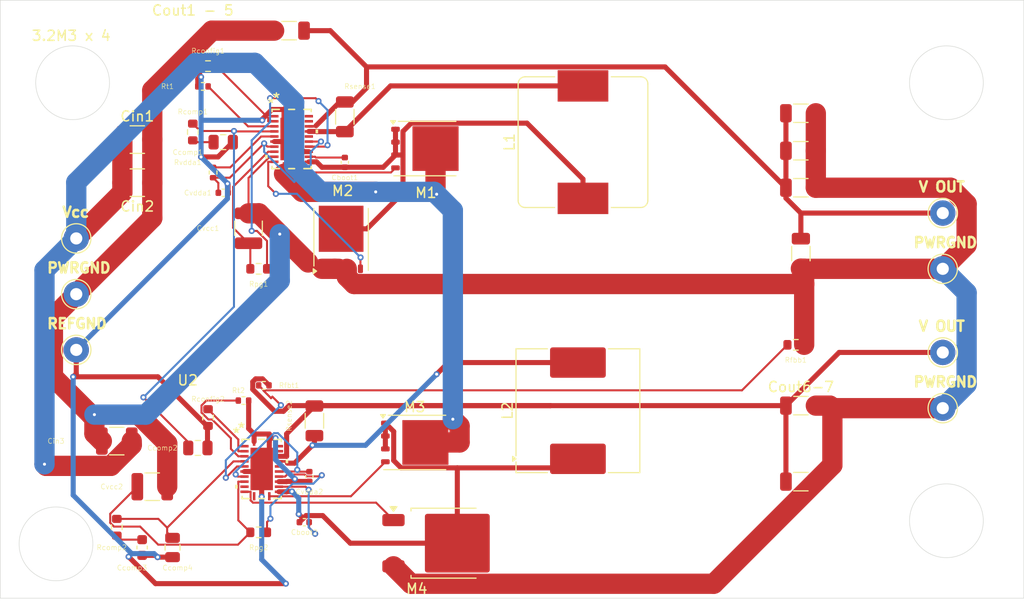
<source format=kicad_pcb>
(kicad_pcb (version 20241229) (generator "pcbnew") (generator_version "9.0")
  (layers (0 "F.Cu" signal) (2 "B.Cu" signal) (13 "F.Paste" user) (15 "B.Paste" user) (5 "F.SilkS" user "F.Silkscreen") (7 "B.SilkS" user "B.Silkscreen") (1 "F.Mask" user) (3 "B.Mask" user) (25 "Edge.Cuts" user))
  (net 0 "")
  (net 1 "Net-(U1-CBOOT)")
  (net 2 "Net-(M2-D)")
  (net 3 "Net-(M4-D)")
  (net 4 "Net-(U2-CBOOT)")
  (net 5 "GNDREF")
  (net 6 "Net-(Ccomp1-Pad1)")
  (net 7 "Net-(U1-EXTCOMP)")
  (net 8 "Net-(Ccomp3-Pad2)")
  (net 9 "Net-(U2-EXTCOMP)")
  (net 10 "GNDPWR")
  (net 11 "VCC")
  (net 12 "Net-(Con2-Pin_1)")
  (net 13 "Net-(Con3-Pin_1)")
  (net 14 "Net-(U1-VCC)")
  (net 15 "Net-(U2-VCC)")
  (net 16 "Net-(U1-PFM{slash}SYNC)")
  (net 17 "Net-(U2-PFM{slash}SYNC)")
  (net 18 "Net-(U1-ISNS+)")
  (net 19 "Net-(U2-ISNS+)")
  (net 20 "Net-(M1-G)")
  (net 21 "Net-(M2-G)")
  (net 22 "Net-(M3-G)")
  (net 23 "Net-(M4-G)")
  (net 24 "Net-(U1-CNFG)")
  (net 25 "Net-(U2-CNFG)")
  (net 26 "Net-(U2-FB)")
  (net 27 "Net-(U1-PG{slash}SYNCOUT)")
  (net 28 "Net-(U2-PG{slash}SYNCOUT)")
  (net 29 "Net-(U1-RT)")
  (net 30 "Net-(U2-RT)")
  (net 31 "Net-(U1-FB)")
  (footprint "Resistor_SMD:R_0402_1005Metric" (layer "F.Cu") (at 65.51 56.5 180)
    (property "Reference" "Rfbt1")
    (property "Value" "232K")
  )
  (footprint "Resistor_SMD:R_0603_1608Metric" (layer "F.Cu") (at 65 71)
    (property "Reference" "Rpg2")
    (property "Value" "100k")
  )
  (footprint "Capacitor_SMD:C_0402_1005Metric" (layer "F.Cu") (at 70 65.5 -90)
    (property "Reference" "Cvdda2")
    (property "Value" "100n")
  )
  (footprint "Capacitor_SMD:C_0402_1005Metric" (layer "F.Cu") (at 69.5 70 180)
    (property "Reference" "Cboot2")
    (property "Value" "100n")
  )
  (footprint "Resistor_SMD:R_0402_1005Metric" (layer "F.Cu") (at 63.5 58 180)
    (property "Reference" "Rt2")
    (property "Value" "29.4K")
  )
  (footprint "Capacitor_SMD:C_0805_2012Metric" (layer "F.Cu") (at 56.5 72.5 90)
    (property "Reference" "Ccomp4")
    (property "Value" "68p")
  )
  (footprint "Capacitor_SMD:C_1210_3225Metric" (layer "F.Cu") (at 51 62 180)
    (property "Reference" "Cin3")
    (property "Value" "3.3u")
  )
  (footprint "Resistor_SMD:R_0603_1608Metric" (layer "F.Cu") (at 118 52.5)
    (property "Reference" "Rfbb1")
    (property "Value" "10K")
  )
  (footprint "Wire Holes:Vout Holed" (layer "F.Cu") (at 132.5 39.5)
    (property "Reference" "Con2" (hide yes))
    (property "Value" "12V Out" (hide yes))
  )
  (footprint "Resistor_SMD:R_0603_1608Metric" (layer "F.Cu") (at 60 59.675 90)
    (property "Reference" "Rconfig2")
    (property "Value" "40.2K")
  )
  (footprint "Resistor_SMD:R_0603_1608Metric" (layer "F.Cu") (at 65 45)
    (property "Reference" "Rpg1")
    (property "Value" "100K")
  )
  (footprint "Package_TO_SOT_SMD:TO-252-2" (layer "F.Cu") (at 83.34 72.0725)
    (property "Reference" "M4")
    (property "Value" "100V 200A")
  )
  (footprint "Capacitor_SMD:C_1206_3216Metric" (layer "F.Cu") (at 118.5 66)
    (property "Reference" "Cout7" (hide yes))
    (property "Value" "4.7u")
  )
  (footprint "Resistor_SMD:R_0603_1608Metric" (layer "F.Cu") (at 51 70.5 90)
    (property "Reference" "Rcomp2")
    (property "Value" "5.23k")
  )
  (footprint "Package_TO_SOT_SMD:TDSON-8-1" (layer "F.Cu") (at 81.4 33.135)
    (property "Reference" "M1")
    (property "Value" "80V 77A")
  )
  (footprint "Resistor_SMD:R_1206_3216Metric" (layer "F.Cu") (at 73.5 30 90)
    (property "Reference" "Rsense1")
    (property "Value" "6m")
  )
  (footprint "Inductor_SMD:L_Coilcraft_MSS1210-XXX" (layer "F.Cu") (at 96.5 59 90)
    (property "Reference" "L2")
    (property "Value" "10u")
  )
  (footprint "Resistor_SMD:R_0603_1608Metric" (layer "F.Cu") (at 58.5 31.5 90)
    (property "Reference" "Rcomp1")
    (property "Value" "4.7K")
  )
  (footprint "Capacitor_SMD:C_0805_2012Metric" (layer "F.Cu") (at 61.5 32.5)
    (property "Reference" "Ccomp1")
    (property "Value" "3.9n")
  )
  (footprint "Capacitor_SMD:C_1210_3225Metric" (layer "F.Cu") (at 53.025 32.25)
    (property "Reference" "Cin1")
    (property "Value" "2.2u")
  )
  (footprint "Capacitor_SMD:C_1206_3216Metric" (layer "F.Cu") (at 118.5 29.65)
    (property "Reference" "Cout2" (hide yes))
    (property "Value" "10u")
  )
  (footprint "Resistor_SMD:R_0603_1608Metric" (layer "F.Cu") (at 60 25)
    (property "Reference" "Rconfig1")
    (property "Value" "40.2K")
  )
  (footprint "Capacitor_SMD:C_0805_2012Metric" (layer "F.Cu") (at 59 62.675)
    (property "Reference" "Ccomp2")
    (property "Value" "100p")
  )
  (footprint "Resistor_SMD:R_0402_1005Metric" (layer "F.Cu") (at 60.5 35.5 -90)
    (property "Reference" "Rvdda1")
    (property "Value" "47.5K")
  )
  (footprint "Wire Holes:Vin Holes" (layer "F.Cu") (at 47 42)
    (property "Reference" "Con1" (hide yes))
    (property "Value" "Battery In" (hide yes))
  )
  (footprint "Wire Holes:Vout Holed" (layer "F.Cu") (at 132.5 53.25)
    (property "Reference" "Con3" (hide yes))
    (property "Value" "19.5V Out" (hide yes))
  )
  (footprint "Inductor_SMD:L_Bourns_SRP1245A" (layer "F.Cu") (at 97 32.5 90)
    (property "Reference" "L1")
    (property "Value" "6.8u")
  )
  (footprint "Capacitor_SMD:C_1206_3216Metric" (layer "F.Cu") (at 118.5 58.5)
    (property "Reference" "Cout6-7")
    (property "Value" "4.7u")
  )
  (footprint "Capacitor_SMD:C_1206_3216Metric" (layer "F.Cu") (at 118.5 33.35)
    (property "Reference" "Cout3" (hide yes))
    (property "Value" "10u")
  )
  (footprint "Capacitor_SMD:C_1206_3216Metric" (layer "F.Cu") (at 118.5 37)
    (property "Reference" "Cout4" (hide yes))
    (property "Value" "10u")
  )
  (footprint "Resistor_SMD:R_0402_1005Metric" (layer "F.Cu") (at 59.5 27)
    (property "Reference" "Rt1")
    (property "Value" "39K")
  )
  (footprint "LM5149:VQFN24_RGY_TEX" (layer "F.Cu") (at 68.25 32.1924)
    (property "Reference" "U1" (hide yes))
    (property "Value" "LM5149RGYR")
  )
  (footprint "Package_TO_SOT_SMD:TDSON-8-1" (layer "F.Cu") (at 73.135 42.1 90)
    (property "Reference" "M2")
    (property "Value" "80V 77A")
  )
  (footprint "LM5149:VQFN24_RGY_TEX" (layer "F.Cu") (at 65.2982 64.75)
    (property "Reference" "U2")
    (property "Value" "LM5149RGYR")
  )
  (footprint "Resistor_SMD:R_1206_3216Metric" (layer "F.Cu") (at 70.5 60 90)
    (property "Reference" "Rsense2")
    (property "Value" "9m")
  )
  (footprint "Capacitor_SMD:C_0603_1608Metric" (layer "F.Cu") (at 53.5 72.5 90)
    (property "Reference" "Ccomp3")
    (property "Value" "2.7n")
  )
  (footprint "Capacitor_SMD:C_1210_3225Metric" (layer "F.Cu") (at 53.025 36.5)
    (property "Reference" "Cin2")
    (property "Value" "2.2u")
  )
  (footprint "Capacitor_SMD:C_0402_1005Metric" (layer "F.Cu") (at 61.5 37.5)
    (property "Reference" "Cvdda1")
    (property "Value" "100n")
  )
  (footprint "Capacitor_SMD:C_1210_3225Metric" (layer "F.Cu") (at 64 41 90)
    (property "Reference" "Cvcc1")
    (property "Value" "2.2u")
  )
  (footprint "Capacitor_SMD:C_1206_3216Metric" (layer "F.Cu") (at 118.5 43.5 -90)
    (property "Reference" "Cout5" (hide yes))
    (property "Value" "10u")
  )
  (footprint "Capacitor_SMD:C_1206_3216Metric" (layer "F.Cu") (at 68 21.5 180)
    (property "Reference" "Cout1 - 5")
    (property "Value" "10u")
  )
  (footprint "Package_TO_SOT_SMD:TDSON-8-1" (layer "F.Cu") (at 80.4 62.135)
    (property "Reference" "M3")
    (property "Value" "80V 77A")
  )
  (footprint "Capacitor_SMD:C_1210_3225Metric" (layer "F.Cu") (at 54.5 66.5)
    (property "Reference" "Cvcc2")
    (property "Value" "2.2u")
  )
  (footprint "Capacitor_SMD:C_0402_1005Metric" (layer "F.Cu") (at 73.5 34.5 -90)
    (property "Reference" "Cboot1")
    (property "Value" "100n")
  )
  (gr_circle (center 46.640055 26.640055) (end 50.140055 25.640055) (stroke (width 0.05)) (fill no) (layer "Edge.Cuts"))
  (gr_circle (center 132.859945 69.859945) (end 136.359945 68.859945) (stroke (width 0.05)) (fill no) (layer "Edge.Cuts"))
  (gr_rect (start 39.5 18.5) (end 140.5 77.5) (stroke (width 0.05)) (fill no) (layer "Edge.Cuts"))
  (gr_circle (center 45 72.140055) (end 48.5 71.140055) (stroke (width 0.05)) (fill no) (layer "Edge.Cuts"))
  (gr_circle (center 132.859945 26.640055) (end 136.359945 25.640055) (stroke (width 0.05)) (fill no) (layer "Edge.Cuts"))
  (gr_text "3.2M3 x 4" (at 46.5 22 0) (layer "F.SilkS") (effects (font (size 1 1))))
  (segment (start 70.6358 34.02) (end 70.5582 33.9424) (width 0.2) (layer "F.Cu") (net 1))
  (segment (start 69.9518 33.9424) (end 70.5582 33.9424) (width 0.2) (layer "F.Cu") (net 1))
  (segment (start 73.5 34.02) (end 70.6358 34.02) (width 0.2) (layer "F.Cu") (net 1))
  (segment (start 73.5 34.98) (end 73.5 34.9799) (width 0.5) (layer "F.Cu") (net 2))
  (segment (start 69.9518 34.4424) (end 70.7082 34.4424) (width 0.5) (layer "F.Cu") (net 2))
  (segment (start 78.5 31.23) (end 78.5 32.5) (width 0.5) (layer "F.Cu") (net 2))
  (segment (start 78.5 33.77) (end 78.5 32.5) (width 0.5) (layer "F.Cu") (net 2))
  (segment (start 79.239 37.501) (end 79.239 33.77) (width 0.5) (layer "F.Cu") (net 2))
  (segment (start 77.2901 34.9799) (end 78.5 33.77) (width 0.5) (layer "F.Cu") (net 2))
  (segment (start 73.5 34.9799) (end 71.2457 34.9799) (width 0.5) (layer "F.Cu") (net 2))
  (segment (start 73.135 41.05) (end 75.69 41.05) (width 0.5) (layer "F.Cu") (net 2))
  (segment (start 97 38.05) (end 97 36.15) (width 0.5) (layer "F.Cu") (net 2))
  (segment (start 71.2457 34.9799) (end 70.7082 34.4424) (width 0.5) (layer "F.Cu") (net 2))
  (segment (start 79.239 33.77) (end 78.5 33.77) (width 0.5) (layer "F.Cu") (net 2))
  (segment (start 79.239 33.77) (end 79.239 31.4393) (width 0.5) (layer "F.Cu") (net 2))
  (segment (start 73.5 34.9799) (end 77.2901 34.9799) (width 0.5) (layer "F.Cu") (net 2))
  (segment (start 75.69 41.05) (end 79.239 37.501) (width 0.5) (layer "F.Cu") (net 2))
  (segment (start 79.239 31.4393) (end 80.05 30.6283) (width 0.5) (layer "F.Cu") (net 2))
  (segment (start 80.05 30.6283) (end 91.4783 30.6283) (width 0.5) (layer "F.Cu") (net 2))
  (segment (start 91.4783 30.6283) (end 97 36.15) (width 0.5) (layer "F.Cu") (net 2))
  (segment (start 95.6083 64.6417) (end 96.5 63.75) (width 0.5) (layer "F.Cu") (net 3))
  (segment (start 69.3838 69.6362) (end 68.9523 69.2047) (width 0.5) (layer "F.Cu") (net 3))
  (segment (start 77.5 61.5) (end 77.5 62.77) (width 0.5) (layer "F.Cu") (net 3))
  (segment (start 69.3838 69.6362) (end 69.6691 69.3509) (width 0.5) (layer "F.Cu") (net 3))
  (segment (start 84.6 72.0725) (end 84.6 64.6417) (width 0.5) (layer "F.Cu") (net 3))
  (segment (start 69.02 70) (end 69.3838 69.6362) (width 0.5) (layer "F.Cu") (net 3))
  (segment (start 67 67) (end 67.7564 67) (width 0.5) (layer "F.Cu") (net 3))
  (segment (start 77.5 60.23) (end 78.3217 61.0517) (width 0.5) (layer "F.Cu") (net 3))
  (segment (start 68.2857 66.9712) (end 67.7852 66.9712) (width 0.5) (layer "F.Cu") (net 3))
  (segment (start 71.3169 69.3509) (end 74.0385 72.0725) (width 0.5) (layer "F.Cu") (net 3))
  (segment (start 69.6691 69.3509) (end 71.3169 69.3509) (width 0.5) (layer "F.Cu") (net 3))
  (segment (start 74.0385 72.0725) (end 84.6 72.0725) (width 0.5) (layer "F.Cu") (net 3))
  (segment (start 67.7852 66.9712) (end 67.7564 67) (width 0.5) (layer "F.Cu") (net 3))
  (segment (start 77.5 60.23) (end 77.5 61.5) (width 0.5) (layer "F.Cu") (net 3))
  (segment (start 84.6 64.6417) (end 95.6083 64.6417) (width 0.5) (layer "F.Cu") (net 3))
  (segment (start 78.3217 63.9134) (end 79.05 64.6417) (width 0.5) (layer "F.Cu") (net 3))
  (segment (start 78.3217 61.0517) (end 78.3217 63.9134) (width 0.5) (layer "F.Cu") (net 3))
  (segment (start 79.05 64.6417) (end 84.6 64.6417) (width 0.5) (layer "F.Cu") (net 3))
  (via (at 68.9523 69.2047) (size 0.6) (drill 0.3) (layers "F.Cu" "B.Cu") (net 3))
  (via (at 68.2857 66.9712) (size 0.6) (drill 0.3) (layers "F.Cu" "B.Cu") (net 3))
  (segment (start 68.9523 69.2047) (end 68.9523 67.6378) (width 0.5) (layer "B.Cu") (net 3))
  (segment (start 68.9523 67.6378) (end 68.2857 66.9712) (width 0.5) (layer "B.Cu") (net 3))
  (segment (start 69.6291 66.5) (end 69.9305 66.8014) (width 0.2) (layer "F.Cu") (net 4))
  (segment (start 67 66.5) (end 69.6291 66.5) (width 0.2) (layer "F.Cu") (net 4))
  (segment (start 70.5721 71.1442) (end 69.98 70.5521) (width 0.2) (layer "F.Cu") (net 4))
  (segment (start 69.98 70.5521) (end 69.98 70) (width 0.2) (layer "F.Cu") (net 4))
  (via (at 70.5721 71.1442) (size 0.6) (drill 0.3) (layers "F.Cu" "B.Cu") (net 4))
  (via (at 69.9305 66.8014) (size 0.6) (drill 0.3) (layers "F.Cu" "B.Cu") (net 4))
  (segment (start 69.9305 66.8014) (end 69.9305 70.5026) (width 0.2) (layer "B.Cu") (net 4))
  (segment (start 69.9305 70.5026) (end 70.5721 71.1442) (width 0.2) (layer "B.Cu") (net 4))
  (segment (start 66.0482 61.3012) (end 64.5482 61.3012) (width 0.5) (layer "F.Cu") (net 5))
  (segment (start 67.5 29.2767) (end 66.3144 29.2767) (width 0.5) (layer "F.Cu") (net 5))
  (segment (start 58.99 27) (end 58.99 26.2626) (width 0.5) (layer "F.Cu") (net 5))
  (segment (start 69.4617 33.3691) (end 69.535 33.4424) (width 0.2538) (layer "F.Cu") (net 5))
  (segment (start 69.3819 33.3691) (end 68.2276 32.2148) (width 0.5) (layer "F.Cu") (net 5))
  (segment (start 68.2276 32.2148) (end 68.25 32.1924) (width 0.5) (layer "F.Cu") (net 5))
  (segment (start 66.0482 61.6794) (end 66.0482 61.3012) (width 0.5) (layer "F.Cu") (net 5))
  (segment (start 65.2982 67.4893) (end 65.2982 64.75) (width 0.5) (layer "F.Cu") (net 5))
  (segment (start 55.0283 73.45) (end 54.8533 73.275) (width 0.5) (layer "F.Cu") (net 5))
  (segment (start 46.6973 55.6562) (end 55.0562 55.6562) (width 0.5) (layer "F.Cu") (net 5))
  (segment (start 65.0482 65) (end 65.2982 64.75) (width 0.5) (layer "F.Cu") (net 5))
  (segment (start 66.0482 62.814) (end 65.2982 63.564) (width 0.5) (layer "F.Cu") (net 5))
  (segment (start 62.45 32.5) (end 60.989 33.961) (width 0.5) (layer "F.Cu") (net 5))
  (segment (start 59.95 60.55) (end 60 60.5) (width 0.5) (layer "F.Cu") (net 5))
  (segment (start 66.0482 62.0576) (end 66.0482 61.6794) (width 0.5) (layer "F.Cu") (net 5))
  (segment (start 67.5 30.2564) (end 68.25 31.0064) (width 0.5) (layer "F.Cu") (net 5))
  (segment (start 52.1651 73.4079) (end 54.8222 76.065) (width 0.5) (layer "F.Cu") (net 5))
  (segment (start 47 53) (end 47 55.3535) (width 0.5) (layer "F.Cu") (net 5))
  (segment (start 66.0732 61.7044) (end 66.664 61.7044) (width 0.5) (layer "F.Cu") (net 5))
  (segment (start 68.565 65.98) (end 68.565 65.7434) (width 0.5) (layer "F.Cu") (net 5))
  (segment (start 54.8533 73.275) (end 53.5 73.275) (width 0.5) (layer "F.Cu") (net 5))
  (segment (start 63.5964 65) (end 65.0482 65) (width 0.5) (layer "F.Cu") (net 5))
  (segment (start 59.3157 26.0776) (end 59.175 26.0776) (width 0.5) (layer "F.Cu") (net 5))
  (segment (start 66.3144 29.2767) (end 65.3497 30.2414) (width 0.5) (layer "F.Cu") (net 5))
  (segment (start 68.0331 28.7436) (end 69 28.7436) (width 0.5) (layer "F.Cu") (net 5))
  (segment (start 56.5 73.45) (end 55.0283 73.45) (width 0.5) (layer "F.Cu") (net 5))
  (segment (start 61.98 36.6631) (end 61.9176 36.6007) (width 0.5) (layer "F.Cu") (net 5))
  (segment (start 59.175 26.0776) (end 59.175 25) (width 0.5) (layer "F.Cu") (net 5))
  (segment (start 69.9518 33.4424) (end 69.535 33.4424) (width 0.5) (layer "F.Cu") (net 5))
  (segment (start 65.2982 63.564) (end 65.2982 64.75) (width 0.5) (layer "F.Cu") (net 5))
  (segment (start 60.989 33.961) (end 59.3157 33.961) (width 0.5) (layer "F.Cu") (net 5))
  (segment (start 67 66) (end 67.7564 66) (width 0.5) (layer "F.Cu") (net 5))
  (segment (start 68 32.4424) (end 68.2276 32.2148) (width 0.5) (layer "F.Cu") (net 5))
  (segment (start 67.5 29.2767) (end 68.0331 28.7436) (width 0.5) (layer "F.Cu") (net 5))
  (segment (start 55.0562 55.6562) (end 59.95 60.55) (width 0.5) (layer "F.Cu") (net 5))
  (segment (start 68.565 65.98) (end 67.7764 65.98) (width 0.5) (layer "F.Cu") (net 5))
  (segment (start 54.8222 76.065) (end 67.6768 76.065) (width 0.5) (layer "F.Cu") (net 5))
  (segment (start 58.99 26.2626) (end 59.175 26.0776) (width 0.5) (layer "F.Cu") (net 5))
  (segment (start 69 29.5) (end 69 28.7436) (width 0.5) (layer "F.Cu") (net 5))
  (segment (start 59.95 62.675) (end 59.95 60.55) (width 0.5) (layer "F.Cu") (net 5))
  (segment (start 61.98 37.5) (end 61.98 36.6631) (width 0.5) (layer "F.Cu") (net 5))
  (segment (start 66.0482 61.6794) (end 66.0732 61.7044) (width 0.5) (layer "F.Cu") (net 5))
  (segment (start 47 55.3535) (end 46.6973 55.6562) (width 0.5) (layer "F.Cu") (net 5))
  (segment (start 68.25 31.0064) (end 68.25 32.1924) (width 0.5) (layer "F.Cu") (net 5))
  (segment (start 64.5482 62.0576) (end 64.5482 61.3012) (width 0.5) (layer "F.Cu") (net 5))
  (segment (start 66.5482 32.4424) (end 68 32.4424) (width 0.5) (layer "F.Cu") (net 5))
  (segment (start 64.01 58) (end 64.01 60.763) (width 0.5) (layer "F.Cu") (net 5))
  (segment (start 67.5 29.5) (end 67.5 29.2767) (width 0.5) (layer "F.Cu") (net 5))
  (segment (start 69.3819 33.3691) (end 69.4617 33.3691) (width 0.2538) (layer "F.Cu") (net 5))
  (segment (start 67.7764 65.98) (end 67.7564 66) (width 0.5) (layer "F.Cu") (net 5))
  (segment (start 67.5 29.5) (end 67.5 30.2564) (width 0.5) (layer "F.Cu") (net 5))
  (segment (start 66.0482 62.0576) (end 66.0482 62.814) (width 0.5) (layer "F.Cu") (net 5))
  (segment (start 70 65.98) (end 68.565 65.98) (width 0.5) (layer "F.Cu") (net 5))
  (segment (start 64.01 60.763) (end 64.5482 61.3012) (width 0.5) (layer "F.Cu") (net 5))
  (segment (start 65.3497 30.2414) (end 65.3497 30.3427) (width 0.5) (layer "F.Cu") (net 5))
  (via (at 55.0283 73.45) (size 0.6) (drill 0.3) (layers "F.Cu" "B.Cu") (net 5))
  (via (at 68.565 65.7434) (size 0.6) (drill 0.3) (layers "F.Cu" "B.Cu") (net 5))
  (via (at 61.9176 36.6007) (size 0.6) (drill 0.3) (layers "F.Cu" "B.Cu") (net 5))
  (via (at 46.6973 55.6562) (size 0.6) (drill 0.3) (layers "F.Cu" "B.Cu") (net 5))
  (via (at 66.664 61.7044) (size 0.6) (drill 0.3) (layers "F.Cu" "B.Cu") (net 5))
  (via (at 59.3157 26.0776) (size 0.6) (drill 0.3) (layers "F.Cu" "B.Cu") (net 5))
  (via (at 65.2982 67.4893) (size 0.6) (drill 0.3) (layers "F.Cu" "B.Cu") (net 5))
  (via (at 67.6768 76.065) (size 0.6) (drill 0.3) (layers "F.Cu" "B.Cu") (net 5))
  (via (at 59.3157 33.961) (size 0.6) (drill 0.3) (layers "F.Cu" "B.Cu") (net 5))
  (via (at 52.1651 73.4079) (size 0.6) (drill 0.3) (layers "F.Cu" "B.Cu") (net 5))
  (via (at 65.3497 30.3427) (size 0.6) (drill 0.3) (layers "F.Cu" "B.Cu") (net 5))
  (segment (start 65.2982 73.6864) (end 67.6768 76.065) (width 0.5) (layer "B.Cu") (net 5))
  (segment (start 59.3157 30.3427) (end 65.3497 30.3427) (width 0.5) (layer "B.Cu") (net 5))
  (segment (start 61.9176 36.5629) (end 59.3157 33.961) (width 0.5) (layer "B.Cu") (net 5))
  (segment (start 46.6973 67.3335) (end 52.4684 73.1046) (width 0.5) (layer "B.Cu") (net 5))
  (segment (start 59.3157 30.3427) (end 59.3157 26.0776) (width 0.5) (layer "B.Cu") (net 5))
  (segment (start 61.9176 36.6007) (end 61.9176 36.5629) (width 0.5) (layer "B.Cu") (net 5))
  (segment (start 59.3157 33.961) (end 59.3157 30.3427) (width 0.5) (layer "B.Cu") (net 5))
  (segment (start 61.9176 38.0824) (end 61.9176 36.6007) (width 0.5) (layer "B.Cu") (net 5))
  (segment (start 54.6829 73.1046) (end 52.4684 73.1046) (width 0.5) (layer "B.Cu") (net 5))
  (segment (start 47 53) (end 61.9176 38.0824) (width 0.5) (layer "B.Cu") (net 5))
  (segment (start 66.664 61.7044) (end 66.664 63.8424) (width 0.5) (layer "B.Cu") (net 5))
  (segment (start 52.4684 73.1046) (end 52.1651 73.4079) (width 0.5) (layer "B.Cu") (net 5))
  (segment (start 65.2982 67.4893) (end 65.2982 73.6864) (width 0.5) (layer "B.Cu") (net 5))
  (segment (start 55.0283 73.45) (end 54.6829 73.1046) (width 0.5) (layer "B.Cu") (net 5))
  (segment (start 66.664 63.8424) (end 68.565 65.7434) (width 0.5) (layer "B.Cu") (net 5))
  (segment (start 46.6973 55.6562) (end 46.6973 67.3335) (width 0.5) (layer "B.Cu") (net 5))
  (segment (start 58.675 32.5) (end 58.5 32.325) (width 0.2) (layer "F.Cu") (net 6))
  (segment (start 60.55 32.5) (end 58.675 32.5) (width 0.2) (layer "F.Cu") (net 6))
  (segment (start 53.6294 57.6815) (end 53.6278 57.6815) (width 0.2) (layer "F.Cu") (net 7))
  (segment (start 53.6278 57.6815) (end 53.6262 57.6815) (width 0.2) (layer "F.Cu") (net 7))
  (segment (start 53.6262 57.6815) (end 53.6246 57.6815) (width 0.2) (layer "F.Cu") (net 7))
  (segment (start 53.6294 57.6815) (end 53.6278 57.6815) (width 0.2) (layer "F.Cu") (net 7))
  (segment (start 53.6246 57.6815) (end 53.6262 57.6815) (width 0.2) (layer "F.Cu") (net 7))
  (segment (start 62.6027 31.4424) (end 62.5614 31.4011) (width 0.2) (layer "F.Cu") (net 7))
  (segment (start 58.05 62.675) (end 58.05 62.1021) (width 0.2) (layer "F.Cu") (net 7))
  (segment (start 53.6278 57.6815) (end 53.6262 57.6815) (width 0.2) (layer "F.Cu") (net 7))
  (segment (start 58.05 62.1021) (end 53.6294 57.6815) (width 0.2) (layer "F.Cu") (net 7))
  (segment (start 58.5 30.675) (end 59.2261 31.4011) (width 0.2) (layer "F.Cu") (net 7))
  (segment (start 66.5482 31.4424) (end 62.6027 31.4424) (width 0.2) (layer "F.Cu") (net 7))
  (segment (start 59.2261 31.4011) (end 62.5614 31.4011) (width 0.2) (layer "F.Cu") (net 7))
  (segment (start 53.6262 57.6815) (end 53.6278 57.6815) (width 0.2) (layer "F.Cu") (net 7))
  (segment (start 53.6278 57.6815) (end 53.6294 57.6815) (width 0.2) (layer "F.Cu") (net 7))
  (via (at 62.5614 31.4011) (size 0.6) (drill 0.3) (layers "F.Cu" "B.Cu") (net 7))
  (via (at 53.6262 57.6815) (size 0.6) (drill 0.3) (layers "F.Cu" "B.Cu") (net 7))
  (segment (start 62.5614 48.7495) (end 53.6294 57.6815) (width 0.2) (layer "B.Cu") (net 7))
  (segment (start 53.6246 57.6815) (end 53.6262 57.6815) (width 0.2) (layer "B.Cu") (net 7))
  (segment (start 53.6294 57.6815) (end 53.6278 57.6815) (width 0.2) (layer "B.Cu") (net 7))
  (segment (start 53.6262 57.6815) (end 53.6278 57.6815) (width 0.2) (layer "B.Cu") (net 7))
  (segment (start 53.6278 57.6815) (end 53.6294 57.6815) (width 0.2) (layer "B.Cu") (net 7))
  (segment (start 62.5614 31.4011) (end 62.5614 48.7495) (width 0.2) (layer "B.Cu") (net 7))
  (segment (start 53.6294 57.6815) (end 53.6278 57.6815) (width 0.2) (layer "B.Cu") (net 7))
  (segment (start 53.6262 57.6815) (end 53.6246 57.6815) (width 0.2) (layer "B.Cu") (net 7))
  (segment (start 53.6278 57.6815) (end 53.6262 57.6815) (width 0.2) (layer "B.Cu") (net 7))
  (segment (start 53.6278 57.6815) (end 53.6262 57.6815) (width 0.2) (layer "B.Cu") (net 7))
  (segment (start 53.5 71.725) (end 51.4 71.725) (width 0.2) (layer "F.Cu") (net 8))
  (segment (start 51.4 71.725) (end 51 71.325) (width 0.2) (layer "F.Cu") (net 8))
  (segment (start 62.99 64) (end 62.5164 64) (width 0.2) (layer "F.Cu") (net 9))
  (segment (start 55.97 71.02) (end 56.5 71.55) (width 0.2) (layer "F.Cu") (net 9))
  (segment (start 55.0986 69.675) (end 55.97 70.5464) (width 0.2) (layer "F.Cu") (net 9))
  (segment (start 62.5164 64) (end 55.97 70.5464) (width 0.2) (layer "F.Cu") (net 9))
  (segment (start 51 69.675) (end 55.0986 69.675) (width 0.2) (layer "F.Cu") (net 9))
  (segment (start 55.97 70.5464) (end 55.97 71.02) (width 0.2) (layer "F.Cu") (net 9))
  (segment (start 63.5964 64) (end 62.99 64) (width 0.2) (layer "F.Cu") (net 9))
  (segment (start 118.825 46.4998) (end 74.4121 46.4998) (width 2) (layer "F.Cu") (net 10))
  (segment (start 64 39.525) (end 64 36.029232) (width 0.2) (layer "F.Cu") (net 10))
  (segment (start 118.825 45) (end 132.5 45) (width 2) (layer "F.Cu") (net 10))
  (segment (start 118.825 52.5) (end 118.825 46.4998) (width 2) (layer "F.Cu") (net 10))
  (segment (start 74.4121 46.4998) (end 73.6956 45.7833) (width 2) (layer "F.Cu") (net 10))
  (segment (start 121.6077 64.3673) (end 119.975 66) (width 2) (layer "F.Cu") (net 10))
  (segment (start 49.525 62) (end 48.7898 61.2648) (width 2) (layer "F.Cu") (net 10))
  (segment (start 60.3849 21.5) (end 66.525 21.5) (width 2) (layer "F.Cu") (net 10))
  (segment (start 118.525 45) (end 118.5 44.975) (width 2) (layer "F.Cu") (net 10))
  (segment (start 54.5 36.5) (end 54.5 40) (width 2) (layer "F.Cu") (net 10))
  (segment (start 118.825 46.4998) (end 118.825 45) (width 2) (layer "F.Cu") (net 10))
  (segment (start 73.6956 45.7833) (end 73.6956 45) (width 2) (layer "F.Cu") (net 10))
  (segment (start 54.5 36.5) (end 54.5 32.25) (width 2) (layer "F.Cu") (net 10))
  (segment (start 54.5 32.25) (end 54.5 27.3849) (width 2) (layer "F.Cu") (net 10))
  (segment (start 119.975 58.5) (end 121.3577 58.5) (width 2) (layer "F.Cu") (net 10))
  (segment (start 54.5 27.3849) (end 60.3849 21.5) (width 2) (layer "F.Cu") (net 10))
  (segment (start 70.6052 44.3752) (end 71.23 45) (width 0.5008) (layer "F.Cu") (net 10))
  (segment (start 44.6983 55.6484) (end 44.6983 49.8017) (width 2) (layer "F.Cu") (net 10))
  (segment (start 66.086833 33.942399) (end 66.5482 33.942399) (width 0.2) (layer "F.Cu") (net 10))
  (segment (start 72.5 45) (end 71.23 45) (width 2) (layer "F.Cu") (net 10))
  (segment (start 121.6077 58.75) (end 132.5 58.75) (width 2) (layer "F.Cu") (net 10))
  (segment (start 134.8544 42.6456) (end 132.5 45) (width 2) (layer "F.Cu") (net 10))
  (segment (start 64 36.029232) (end 66.086833 33.942399) (width 0.2) (layer "F.Cu") (net 10))
  (segment (start 118.825 45) (end 118.525 45) (width 2) (layer "F.Cu") (net 10))
  (segment (start 121.6077 58.75) (end 121.6077 64.3673) (width 2) (layer "F.Cu") (net 10))
  (segment (start 48.7898 61.2648) (end 48.7898 59.388) (width 2) (layer "F.Cu") (net 10))
  (segment (start 119.975 29.65) (end 119.975 33.35) (width 2) (layer "F.Cu") (net 10))
  (segment (start 109.8994 76.0756) (end 119.975 66) (width 2) (layer "F.Cu") (net 10))
  (segment (start 64 39.525) (end 65.0279 39.525) (width 2) (layer "F.Cu") (net 10))
  (segment (start 121.3577 58.5) (end 121.6077 58.75) (width 2) (layer "F.Cu") (net 10))
  (segment (start 72.9123 45) (end 72.5 45) (width 2) (layer "F.Cu") (net 10))
  (segment (start 54.5 40) (end 47 47.5) (width 2) (layer "F.Cu") (net 10))
  (segment (start 48.7898 59.388) (end 48.4379 59.388) (width 2) (layer "F.Cu") (net 10))
  (segment (start 134.8544 38.5932) (end 134.8544 42.6456) (width 2) (layer "F.Cu") (net 10))
  (segment (start 119.975 37) (end 133.2612 37) (width 2) (layer "F.Cu") (net 10))
  (segment (start 53.1359 59.388) (end 55.975 62.2271) (width 2) (layer "F.Cu") (net 10))
  (segment (start 133.2612 37) (end 134.8544 38.5932) (width 2) (layer "F.Cu") (net 10))
  (segment (start 78.3 74.3525) (end 80.0231 76.0756) (width 2) (layer "F.Cu") (net 10))
  (segment (start 48.7898 59.388) (end 53.1359 59.388) (width 2) (layer "F.Cu") (net 10))
  (segment (start 67.0789 41.576) (end 69.8781 44.3752) (width 2) (layer "F.Cu") (net 10))
  (segment (start 55.975 62.2271) (end 55.975 66.5) (width 2) (layer "F.Cu") (net 10))
  (segment (start 80.0231 76.0756) (end 109.8994 76.0756) (width 2) (layer "F.Cu") (net 10))
  (segment (start 73.77 45) (end 73.6956 45) (width 0.5008) (layer "F.Cu") (net 10))
  (segment (start 48.4379 59.388) (end 44.6983 55.6484) (width 2) (layer "F.Cu") (net 10))
  (segment (start 44.6983 49.8017) (end 47 47.5) (width 2) (layer "F.Cu") (net 10))
  (segment (start 69.8781 44.3752) (end 70.6052 44.3752) (width 0.5008) (layer "F.Cu") (net 10))
  (segment (start 73.6956 45) (end 72.9123 45) (width 0.5008) (layer "F.Cu") (net 10))
  (segment (start 119.975 33.35) (end 119.975 37) (width 2) (layer "F.Cu") (net 10))
  (segment (start 65.0279 39.525) (end 67.0789 41.576) (width 2) (layer "F.Cu") (net 10))
  (via (at 67.0789 41.576) (size 0.6) (drill 0.3) (layers "F.Cu" "B.Cu") (net 10))
  (via (at 48.7898 59.388) (size 0.6) (drill 0.3) (layers "F.Cu" "B.Cu") (net 10))
  (segment (start 134.855 47.355) (end 134.855 56.395) (width 2) (layer "B.Cu") (net 10))
  (segment (start 53.8652 59.388) (end 67.0789 46.1743) (width 2) (layer "B.Cu") (net 10))
  (segment (start 132.5 45) (end 134.855 47.355) (width 2) (layer "B.Cu") (net 10))
  (segment (start 48.7898 59.388) (end 53.8652 59.388) (width 2) (layer "B.Cu") (net 10))
  (segment (start 67.0789 46.1743) (end 67.0789 41.576) (width 2) (layer "B.Cu") (net 10))
  (segment (start 134.855 56.395) (end 132.5 58.75) (width 2) (layer "B.Cu") (net 10))
  (segment (start 52.475 62.3892) (end 52.475 62) (width 2) (layer "F.Cu") (net 11))
  (segment (start 51.55 32.25) (end 51.55 36.5) (width 2) (layer "F.Cu") (net 11))
  (segment (start 82.45 37.5307) (end 82.45 33.135) (width 2) (layer "F.Cu") (net 11))
  (segment (start 47 42) (end 51.55 37.45) (width 2) (layer "F.Cu") (net 11))
  (segment (start 84.825 60.5066) (end 84.1594 59.841) (width 2) (layer "F.Cu") (net 11))
  (segment (start 67.5 35.6213) (end 67.5 34.8848) (width 0.2538) (layer "F.Cu") (net 11))
  (segment (start 76.5459 37.4071) (end 69.2858 37.4071) (width 2) (layer "F.Cu") (net 11))
  (segment (start 81.45 62.135) (end 84.825 62.135) (width 2) (layer "F.Cu") (net 11))
  (segment (start 51.55 37.45) (end 51.55 36.5) (width 2) (layer "F.Cu") (net 11))
  (segment (start 84.825 62.135) (end 84.825 60.5066) (width 2) (layer "F.Cu") (net 11))
  (segment (start 50.4199 64.4443) (end 52.475 62.3892) (width 2) (layer "F.Cu") (net 11))
  (segment (start 44.0291 64.4443) (end 50.4199 64.4443) (width 2) (layer "F.Cu") (net 11))
  (segment (start 69.2858 37.4071) (end 67.5 35.6213) (width 2) (layer "F.Cu") (net 11))
  (segment (start 43.8648 64.28) (end 44.0291 64.4443) (width 2) (layer "F.Cu") (net 11))
  (segment (start 82.5593 37.64) (end 82.45 37.5307) (width 2) (layer "F.Cu") (net 11))
  (via (at 84.1594 59.841) (size 0.6) (drill 0.3) (layers "F.Cu" "B.Cu") (net 11))
  (via (at 82.5593 37.64) (size 0.6) (drill 0.3) (layers "F.Cu" "B.Cu") (net 11))
  (via (at 43.8648 64.28) (size 0.6) (drill 0.3) (layers "F.Cu" "B.Cu") (net 11))
  (via (at 76.5459 37.4071) (size 0.6) (drill 0.3) (layers "F.Cu" "B.Cu") (net 11))
  (segment (start 76.5459 37.4071) (end 71.1108 37.4071) (width 2) (layer "B.Cu") (net 11))
  (segment (start 71.1108 37.4071) (end 68.498 34.7943) (width 2) (layer "B.Cu") (net 11))
  (segment (start 76.5459 37.4071) (end 82.3264 37.4071) (width 2) (layer "B.Cu") (net 11))
  (segment (start 47 42) (end 43.8649 45.1351) (width 2) (layer "B.Cu") (net 11))
  (segment (start 82.3264 37.4071) (end 82.5593 37.64) (width 2) (layer "B.Cu") (net 11))
  (segment (start 68.498 28.5551) (end 64.6205 24.6776) (width 2) (layer "B.Cu") (net 11))
  (segment (start 84.1594 59.841) (end 84.1594 39.2401) (width 2) (layer "B.Cu") (net 11))
  (segment (start 84.1594 39.2401) (end 82.5593 37.64) (width 2) (layer "B.Cu") (net 11))
  (segment (start 47 36.4666) (end 47 42) (width 2) (layer "B.Cu") (net 11))
  (segment (start 68.498 34.7943) (end 68.498 28.5551) (width 2) (layer "B.Cu") (net 11))
  (segment (start 43.8649 64.28) (end 43.8648 64.28) (width 2) (layer "B.Cu") (net 11))
  (segment (start 43.8649 45.1351) (end 43.8649 64.28) (width 2) (layer "B.Cu") (net 11))
  (segment (start 64.6205 24.6776) (end 58.789 24.6776) (width 2) (layer "B.Cu") (net 11))
  (segment (start 58.789 24.6776) (end 47 36.4666) (width 2) (layer "B.Cu") (net 11))
  (segment (start 73.002 28.5375) (end 73.5 28.5375) (width 0.5) (layer "F.Cu") (net 12))
  (segment (start 117.025 38.025) (end 118.5 39.5) (width 0.5) (layer "F.Cu") (net 12))
  (segment (start 105.1029 25.0779) (end 75.6411 25.0779) (width 0.5) (layer "F.Cu") (net 12))
  (segment (start 70.6699 30.8696) (end 70.5971 30.9424) (width 0.2538) (layer "F.Cu") (net 12))
  (segment (start 117.025 34.2791) (end 117.025 29.65) (width 0.5) (layer "F.Cu") (net 12))
  (segment (start 117.025 33.35) (end 117.025 34.2791) (width 0.5) (layer "F.Cu") (net 12))
  (segment (start 75.6411 27.1577) (end 75.6411 25.0779) (width 0.5) (layer "F.Cu") (net 12))
  (segment (start 118.5 39.5) (end 132.5 39.5) (width 0.5) (layer "F.Cu") (net 12))
  (segment (start 72.0632 21.5) (end 69.475 21.5) (width 0.5) (layer "F.Cu") (net 12))
  (segment (start 117.025 34.2791) (end 117.025 37) (width 0.5) (layer "F.Cu") (net 12))
  (segment (start 117.025 37) (end 105.1029 25.0779) (width 0.5) (layer "F.Cu") (net 12))
  (segment (start 118.5 39.5) (end 118.5 42.025) (width 0.5) (layer "F.Cu") (net 12))
  (segment (start 75.6411 25.0779) (end 72.0632 21.5) (width 0.5) (layer "F.Cu") (net 12))
  (segment (start 70.6699 30.8696) (end 73.002 28.5375) (width 0.5) (layer "F.Cu") (net 12))
  (segment (start 70.5971 30.9424) (end 69.9518 30.9424) (width 0.2538) (layer "F.Cu") (net 12))
  (segment (start 117.025 37) (end 117.025 38.025) (width 0.5) (layer "F.Cu") (net 12))
  (segment (start 73.5 28.5375) (end 74.2613 28.5375) (width 0.5) (layer "F.Cu") (net 12))
  (segment (start 74.2613 28.5375) (end 75.6411 27.1577) (width 0.5) (layer "F.Cu") (net 12))
  (segment (start 64.4158 56.8999) (end 66.5754 59.0595) (width 0.5) (layer "F.Cu") (net 13))
  (segment (start 67 63.5) (end 67.7564 63.5) (width 0.5) (layer "F.Cu") (net 13))
  (segment (start 68.0023 58.5001) (end 68.0023 58.5) (width 0.5) (layer "F.Cu") (net 13))
  (segment (start 68.0023 58.5) (end 93.7813 58.5) (width 0.5) (layer "F.Cu") (net 13))
  (segment (start 67.4429 59.0595) (end 68.0023 58.5001) (width 0.5) (layer "F.Cu") (net 13))
  (segment (start 64.4158 56.1407) (end 64.4158 56.8999) (width 0.5) (layer "F.Cu") (net 13))
  (segment (start 117.025 58.5) (end 117.025 66) (width 0.5) (layer "F.Cu") (net 13))
  (segment (start 93.7813 58.5) (end 117.025 58.5) (width 0.5) (layer "F.Cu") (net 13))
  (segment (start 66.02 56.5) (end 65.3789 55.8589) (width 0.5) (layer "F.Cu") (net 13))
  (segment (start 70.5 58.5375) (end 67.7564 61.2811) (width 0.5) (layer "F.Cu") (net 13))
  (segment (start 66.5754 59.0595) (end 67.4429 59.0595) (width 0.5) (layer "F.Cu") (net 13))
  (segment (start 64.6976 55.8589) (end 64.4158 56.1407) (width 0.5) (layer "F.Cu") (net 13))
  (segment (start 67.7564 61.2811) (end 67.7564 63.5) (width 0.5) (layer "F.Cu") (net 13))
  (segment (start 132.5 53.25) (end 122.275 53.25) (width 0.5) (layer "F.Cu") (net 13))
  (segment (start 65.3789 55.8589) (end 64.6976 55.8589) (width 0.5) (layer "F.Cu") (net 13))
  (segment (start 70.5375 58.5) (end 70.5 58.5375) (width 0.5) (layer "F.Cu") (net 13))
  (segment (start 93.7813 58.5) (end 70.5375 58.5) (width 0.5) (layer "F.Cu") (net 13))
  (segment (start 122.275 53.25) (end 117.025 58.5) (width 0.5) (layer "F.Cu") (net 13))
  (segment (start 62.4757 40.9507) (end 62.4757 36.9085) (width 0.2) (layer "F.Cu") (net 14))
  (segment (start 64.175 42.65) (end 64 42.475) (width 0.2) (layer "F.Cu") (net 14))
  (segment (start 64 42.475) (end 62.4757 40.9507) (width 0.2) (layer "F.Cu") (net 14))
  (segment (start 62.4757 36.9085) (end 65.9418 33.4424) (width 0.2) (layer "F.Cu") (net 14))
  (segment (start 64.175 45) (end 64.175 42.65) (width 0.2) (layer "F.Cu") (net 14))
  (segment (start 66.5482 33.4424) (end 65.9418 33.4424) (width 0.2) (layer "F.Cu") (net 14))
  (segment (start 55.0874 72.2187) (end 62.9563 72.2187) (width 0.2) (layer "F.Cu") (net 15))
  (segment (start 62.99 66) (end 62.99 69.815) (width 0.2) (layer "F.Cu") (net 15))
  (segment (start 62.9563 72.2187) (end 64.175 71) (width 0.2) (layer "F.Cu") (net 15))
  (segment (start 50.721 70.436) (end 53.3047 70.436) (width 0.2) (layer "F.Cu") (net 15))
  (segment (start 50.3511 70.0661) (end 50.721 70.436) (width 0.2) (layer "F.Cu") (net 15))
  (segment (start 53.025 66.5) (end 50.3511 69.1739) (width 0.2) (layer "F.Cu") (net 15))
  (segment (start 63.5964 66) (end 62.99 66) (width 0.2) (layer "F.Cu") (net 15))
  (segment (start 53.3047 70.436) (end 55.0874 72.2187) (width 0.2) (layer "F.Cu") (net 15))
  (segment (start 50.3511 69.1739) (end 50.3511 70.0661) (width 0.2) (layer "F.Cu") (net 15))
  (segment (start 62.99 69.815) (end 64.175 71) (width 0.2) (layer "F.Cu") (net 15))
  (segment (start 61.02 36.53) (end 61.02 37.5) (width 0.2) (layer "F.Cu") (net 16))
  (segment (start 66.245 32.9424) (end 65.8604 32.9424) (width 0.2) (layer "F.Cu") (net 16))
  (segment (start 65.5392 32.6212) (end 62.1504 36.01) (width 0.2) (layer "F.Cu") (net 16))
  (segment (start 71.1471 32.4424) (end 69.9518 32.4424) (width 0.2) (layer "F.Cu") (net 16))
  (segment (start 66.5482 32.9424) (end 66.245 32.9424) (width 0.2) (layer "F.Cu") (net 16))
  (segment (start 65.8604 32.9424) (end 65.5392 32.6212) (width 0.2) (layer "F.Cu") (net 16))
  (segment (start 62.1504 36.01) (end 60.5 36.01) (width 0.2) (layer "F.Cu") (net 16))
  (segment (start 60.5 36.01) (end 61.02 36.53) (width 0.2) (layer "F.Cu") (net 16))
  (via (at 65.5392 32.6212) (size 0.6) (drill 0.3) (layers "F.Cu" "B.Cu") (net 16))
  (via (at 71.1471 32.4424) (size 0.6) (drill 0.3) (layers "F.Cu" "B.Cu") (net 16))
  (segment (start 68.5482 36.3907) (end 68.5482 35.5192) (width 0.2) (layer "B.Cu") (net 16))
  (segment (start 68.5069 36.4319) (end 68.507 36.4319) (width 0.2) (layer "B.Cu") (net 16))
  (segment (start 70.1356 33.4539) (end 71.1471 32.4424) (width 0.2) (layer "B.Cu") (net 16))
  (segment (start 70.0944 34.8445) (end 70.1356 34.8033) (width 0.2) (layer "B.Cu") (net 16))
  (segment (start 70.1356 34.8033) (end 70.1356 33.4539) (width 0.2) (layer "B.Cu") (net 16))
  (segment (start 68.5482 35.5192) (end 69.2229 34.8445) (width 0.2) (layer "B.Cu") (net 16))
  (segment (start 65.5392 32.6212) (end 65.5392 33.4642) (width 0.2) (layer "B.Cu") (net 16))
  (segment (start 65.5392 33.4642) (end 68.5069 36.4319) (width 0.2) (layer "B.Cu") (net 16))
  (segment (start 69.2229 34.8445) (end 70.0944 34.8445) (width 0.2) (layer "B.Cu") (net 16))
  (segment (start 68.507 36.4319) (end 68.5482 36.3907) (width 0.2) (layer "B.Cu") (net 16))
  (segment (start 68.8087 64.8328) (end 68.8087 65) (width 0.2) (layer "F.Cu") (net 17))
  (segment (start 62.9444 65.5) (end 62.7314 65.287) (width 0.2) (layer "F.Cu") (net 17))
  (segment (start 68.8087 65) (end 68.8287 65.02) (width 0.2) (layer "F.Cu") (net 17))
  (segment (start 63.5964 65.5) (end 62.9444 65.5) (width 0.2) (layer "F.Cu") (net 17))
  (segment (start 67 65) (end 67.6064 65) (width 0.2) (layer "F.Cu") (net 17))
  (segment (start 68.8287 65.02) (end 70 65.02) (width 0.2) (layer "F.Cu") (net 17))
  (segment (start 67.6064 65) (end 68.8087 65) (width 0.2) (layer "F.Cu") (net 17))
  (via (at 68.8087 64.8328) (size 0.6) (drill 0.3) (layers "F.Cu" "B.Cu") (net 17))
  (via (at 62.7314 65.287) (size 0.6) (drill 0.3) (layers "F.Cu" "B.Cu") (net 17))
  (segment (start 66.9033 61.2166) (end 68.8087 63.122) (width 0.2) (layer "B.Cu") (net 17))
  (segment (start 62.7314 65.287) (end 62.7314 64.987) (width 0.2) (layer "B.Cu") (net 17))
  (segment (start 66.5018 61.2166) (end 66.9033 61.2166) (width 0.2) (layer "B.Cu") (net 17))
  (segment (start 62.7314 64.987) (end 66.5018 61.2166) (width 0.2) (layer "B.Cu") (net 17))
  (segment (start 68.8087 63.122) (end 68.8087 64.8328) (width 0.2) (layer "B.Cu") (net 17))
  (segment (start 78.0125 26.95) (end 73.5 31.4625) (width 0.5) (layer "F.Cu") (net 18))
  (segment (start 97 26.95) (end 78.0125 26.95) (width 0.5) (layer "F.Cu") (net 18))
  (segment (start 70.7283 31.4625) (end 70.7082 31.4424) (width 0.5) (layer "F.Cu") (net 18))
  (segment (start 73.5 31.4625) (end 70.7283 31.4625) (width 0.5) (layer "F.Cu") (net 18))
  (segment (start 69.9518 31.4424) (end 70.7082 31.4424) (width 0.5) (layer "F.Cu") (net 18))
  (segment (start 68.5426 64.1768) (end 70.3064 62.413) (width 0.5) (layer "F.Cu") (net 19))
  (segment (start 82.5593 55.4) (end 83.7093 54.25) (width 0.5) (layer "F.Cu") (net 19))
  (segment (start 67.8333 64.1768) (end 68.5426 64.1768) (width 0.5) (layer "F.Cu") (net 19))
  (segment (start 67.8333 64.1768) (end 67.6565 64) (width 0.2538) (layer "F.Cu") (net 19))
  (segment (start 83.7093 54.25) (end 96.5 54.25) (width 0.5) (layer "F.Cu") (net 19))
  (segment (start 70.5 62.2194) (end 70.5 61.4625) (width 0.5) (layer "F.Cu") (net 19))
  (segment (start 70.3064 62.413) (end 70.5 62.2194) (width 0.5) (layer "F.Cu") (net 19))
  (segment (start 67.6565 64) (end 67 64) (width 0.2538) (layer "F.Cu") (net 19))
  (via (at 70.3064 62.413) (size 0.6) (drill 0.3) (layers "F.Cu" "B.Cu") (net 19))
  (via (at 82.5593 55.4) (size 0.6) (drill 0.3) (layers "F.Cu" "B.Cu") (net 19))
  (segment (start 82.5593 55.4) (end 75.5463 62.413) (width 0.5) (layer "B.Cu") (net 19))
  (segment (start 75.5463 62.413) (end 70.3064 62.413) (width 0.5) (layer "B.Cu") (net 19))
  (segment (start 78.0488 35.4912) (end 69 35.4912) (width 0.2) (layer "F.Cu") (net 20))
  (segment (start 69 34.8848) (end 69 35.4912) (width 0.2) (layer "F.Cu") (net 20))
  (segment (start 78.5 35.04) (end 78.0488 35.4912) (width 0.2) (layer "F.Cu") (net 20))
  (segment (start 75.0507 43.8779) (end 75.04 43.8886) (width 0.2) (layer "F.Cu") (net 21))
  (segment (start 65.9418 36.8449) (end 66.6974 37.6005) (width 0.2) (layer "F.Cu") (net 21))
  (segment (start 75.04 43.8886) (end 75.04 45) (width 0.2) (layer "F.Cu") (net 21))
  (segment (start 66.5482 34.4424) (end 65.9418 34.4424) (width 0.2) (layer "F.Cu") (net 21))
  (segment (start 65.9418 34.4424) (end 65.9418 36.8449) (width 0.2) (layer "F.Cu") (net 21))
  (via (at 66.6974 37.6005) (size 0.6) (drill 0.3) (layers "F.Cu" "B.Cu") (net 21))
  (via (at 75.0507 43.8779) (size 0.6) (drill 0.3) (layers "F.Cu" "B.Cu") (net 21))
  (segment (start 68.7733 37.6005) (end 66.6974 37.6005) (width 0.2) (layer "B.Cu") (net 21))
  (segment (start 75.0507 43.8779) (end 68.7733 37.6005) (width 0.2) (layer "B.Cu") (net 21))
  (segment (start 74.0976 67.4424) (end 77.5 64.04) (width 0.2) (layer "F.Cu") (net 22))
  (segment (start 66.0482 67.4424) (end 74.0976 67.4424) (width 0.2) (layer "F.Cu") (net 22))
  (segment (start 76.5823 68.0748) (end 64.4327 68.0748) (width 0.2) (layer "F.Cu") (net 23))
  (segment (start 63.5964 67) (end 64.2028 67) (width 0.2) (layer "F.Cu") (net 23))
  (segment (start 64.2028 67.8449) (end 64.4327 68.0748) (width 0.2) (layer "F.Cu") (net 23))
  (segment (start 78.3 69.7925) (end 76.5823 68.0748) (width 0.2) (layer "F.Cu") (net 23))
  (segment (start 64.2028 67.8449) (end 64.2028 67) (width 0.2) (layer "F.Cu") (net 23))
  (segment (start 65.9418 30.4424) (end 65.9418 30.1168) (width 0.2) (layer "F.Cu") (net 24))
  (segment (start 65.9418 30.1168) (end 60.825 25) (width 0.2) (layer "F.Cu") (net 24))
  (segment (start 66.5482 30.4424) (end 65.9418 30.4424) (width 0.2) (layer "F.Cu") (net 24))
  (segment (start 63.5964 63) (end 62.99 63) (width 0.2) (layer "F.Cu") (net 25))
  (segment (start 60 58.85) (end 62.99 61.84) (width 0.2) (layer "F.Cu") (net 25))
  (segment (start 62.99 61.84) (end 62.99 63) (width 0.2) (layer "F.Cu") (net 25))
  (segment (start 66.2141 57.7563) (end 66.3531 57.6173) (width 0.2) (layer "F.Cu") (net 26))
  (segment (start 67.1936 58.4578) (end 67.0521 58.3163) (width 0.2) (layer "F.Cu") (net 26))
  (segment (start 65.4881 57.0304) (end 66.214 57.7563) (width 0.2) (layer "F.Cu") (net 26))
  (segment (start 66.3531 57.6173) (end 67.1936 58.4578) (width 0.2) (layer "F.Cu") (net 26))
  (segment (start 66.214 57.7563) (end 66.2141 57.7563) (width 0.2) (layer "F.Cu") (net 26))
  (segment (start 62.8737 64.5) (end 63.5964 64.5) (width 0.2) (layer "F.Cu") (net 26))
  (segment (start 61.7587 65.615) (end 62.8737 64.5) (width 0.2) (layer "F.Cu") (net 26))
  (segment (start 67.0521 58.3163) (end 67.1936 58.4578) (width 0.2) (layer "F.Cu") (net 26))
  (segment (start 66.214 57.7563) (end 66.2141 57.7563) (width 0.2) (layer "F.Cu") (net 26))
  (segment (start 66.2141 57.7563) (end 66.214 57.7563) (width 0.2) (layer "F.Cu") (net 26))
  (segment (start 65.4881 56.9892) (end 65.4881 57.0304) (width 0.2) (layer "F.Cu") (net 26))
  (segment (start 117.175 52.5) (end 112.6858 56.9892) (width 0.2) (layer "F.Cu") (net 26))
  (segment (start 65 56.5011) (end 65.4881 56.9892) (width 0.2) (layer "F.Cu") (net 26))
  (segment (start 112.6858 56.9892) (end 65.4881 56.9892) (width 0.2) (layer "F.Cu") (net 26))
  (segment (start 65 56.5) (end 65 56.5011) (width 0.2) (layer "F.Cu") (net 26))
  (via (at 67.1936 58.4578) (size 0.6) (drill 0.3) (layers "F.Cu" "B.Cu") (net 26))
  (via (at 61.7587 65.615) (size 0.6) (drill 0.3) (layers "F.Cu" "B.Cu") (net 26))
  (segment (start 61.7587 65.615) (end 61.7587 63.8927) (width 0.2) (layer "B.Cu") (net 26))
  (segment (start 61.7587 63.8927) (end 67.1936 58.4578) (width 0.2) (layer "B.Cu") (net 26))
  (segment (start 64.8304 41.2588) (end 65.825 42.2534) (width 0.2) (layer "F.Cu") (net 27))
  (segment (start 70.6158 28.1645) (end 66.1265 28.1645) (width 0.2) (layer "F.Cu") (net 27))
  (segment (start 65.825 42.2534) (end 65.825 45) (width 0.2) (layer "F.Cu") (net 27))
  (segment (start 70.9026 28.4513) (end 70.6158 28.1645) (width 0.2) (layer "F.Cu") (net 27))
  (segment (start 69.9518 32.9424) (end 71.6524 32.9424) (width 0.2) (layer "F.Cu") (net 27))
  (segment (start 71.6524 32.9424) (end 71.7943 32.8005) (width 0.2) (layer "F.Cu") (net 27))
  (segment (start 64.3108 41.2588) (end 64.8304 41.2588) (width 0.2) (layer "F.Cu") (net 27))
  (via (at 71.7943 32.8005) (size 0.6) (drill 0.3) (layers "F.Cu" "B.Cu") (net 27))
  (via (at 64.3108 41.2588) (size 0.6) (drill 0.3) (layers "F.Cu" "B.Cu") (net 27))
  (via (at 66.1265 28.1645) (size 0.6) (drill 0.3) (layers "F.Cu" "B.Cu") (net 27))
  (via (at 70.9026 28.4513) (size 0.6) (drill 0.3) (layers "F.Cu" "B.Cu") (net 27))
  (segment (start 71.7943 29.343) (end 70.9026 28.4513) (width 0.2) (layer "B.Cu") (net 27))
  (segment (start 64.3108 32.3251) (end 64.3108 41.2588) (width 0.2) (layer "B.Cu") (net 27))
  (segment (start 71.7943 32.8005) (end 71.7943 29.343) (width 0.2) (layer "B.Cu") (net 27))
  (segment (start 66.1265 28.1645) (end 66.1265 30.5094) (width 0.2) (layer "B.Cu") (net 27))
  (segment (start 66.1265 30.5094) (end 64.3108 32.3251) (width 0.2) (layer "B.Cu") (net 27))
  (segment (start 69.5393 65.2916) (end 67.8148 65.2916) (width 0.2) (layer "F.Cu") (net 28))
  (segment (start 66.1584 69.6522) (end 65.825 69.9856) (width 0.2) (layer "F.Cu") (net 28))
  (segment (start 71.1159 65.4794) (end 69.7271 65.4794) (width 0.2) (layer "F.Cu") (net 28))
  (segment (start 69.7271 65.4794) (end 69.5393 65.2916) (width 0.2) (layer "F.Cu") (net 28))
  (segment (start 67 65.5) (end 67.6064 65.5) (width 0.2) (layer "F.Cu") (net 28))
  (segment (start 65.825 69.9856) (end 65.825 71) (width 0.2) (layer "F.Cu") (net 28))
  (segment (start 71.226 65.3693) (end 71.1159 65.4794) (width 0.2) (layer "F.Cu") (net 28))
  (segment (start 67.8148 65.2916) (end 67.6064 65.5) (width 0.2) (layer "F.Cu") (net 28))
  (via (at 71.226 65.3693) (size 0.6) (drill 0.3) (layers "F.Cu" "B.Cu") (net 28))
  (via (at 66.1584 69.6522) (size 0.6) (drill 0.3) (layers "F.Cu" "B.Cu") (net 28))
  (segment (start 66.1584 68.3898) (end 68.3418 66.2064) (width 0.2) (layer "B.Cu") (net 28))
  (segment (start 68.3418 66.2064) (end 70.3889 66.2064) (width 0.2) (layer "B.Cu") (net 28))
  (segment (start 70.3889 66.2064) (end 71.226 65.3693) (width 0.2) (layer "B.Cu") (net 28))
  (segment (start 66.1584 69.6522) (end 66.1584 68.3898) (width 0.2) (layer "B.Cu") (net 28))
  (segment (start 66.5482 30.9424) (end 63.9524 30.9424) (width 0.2) (layer "F.Cu") (net 29))
  (segment (start 63.9524 30.9424) (end 60.01 27) (width 0.2) (layer "F.Cu") (net 29))
  (segment (start 62.99 63.5) (end 62.2601 62.7701) (width 0.2) (layer "F.Cu") (net 30))
  (segment (start 60.0435 59.867) (end 59.3579 59.1814) (width 0.2) (layer "F.Cu") (net 30))
  (segment (start 59.8451 58) (end 62.99 58) (width 0.2) (layer "F.Cu") (net 30))
  (segment (start 62.2601 62.7701) (end 62.2601 61.7195) (width 0.2) (layer "F.Cu") (net 30))
  (segment (start 59.3579 59.1814) (end 59.3579 58.4872) (width 0.2) (layer "F.Cu") (net 30))
  (segment (start 62.2601 61.7195) (end 60.4076 59.867) (width 0.2) (layer "F.Cu") (net 30))
  (segment (start 59.3579 58.4872) (end 59.8451 58) (width 0.2) (layer "F.Cu") (net 30))
  (segment (start 60.4076 59.867) (end 60.0435 59.867) (width 0.2) (layer "F.Cu") (net 30))
  (segment (start 63.5964 63.5) (end 62.99 63.5) (width 0.2) (layer "F.Cu") (net 30))
  (segment (start 62.1959 34.99) (end 65.2435 31.9424) (width 0.2) (layer "F.Cu") (net 31))
  (segment (start 60.5 34.99) (end 62.1959 34.99) (width 0.2) (layer "F.Cu") (net 31))
  (segment (start 65.2435 31.9424) (end 66.5482 31.9424) (width 0.2) (layer "F.Cu") (net 31))
)
</source>
